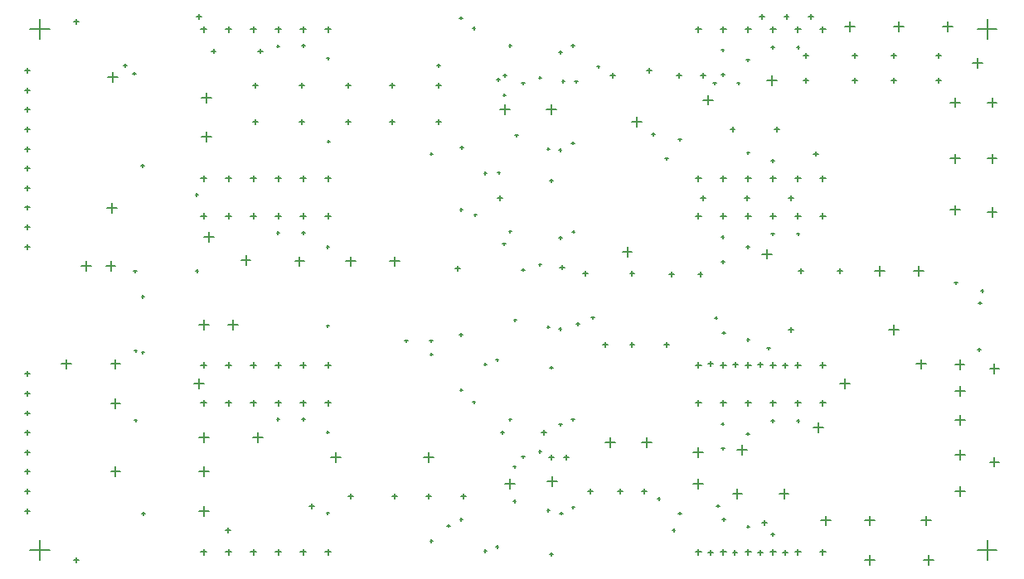
<source format=gbr>
%TF.GenerationSoftware,Altium Limited,Altium Designer,21.8.1 (53)*%
G04 Layer_Color=128*
%FSLAX45Y45*%
%MOMM*%
%TF.SameCoordinates,046F884E-5673-4B57-908A-D09F833A34A9*%
%TF.FilePolarity,Positive*%
%TF.FileFunction,Drillmap*%
%TF.Part,Single*%
G01*
G75*
%TA.AperFunction,NonConductor*%
%ADD46C,0.12700*%
D46*
X11240000Y11524000D02*
X11300000D01*
X11270000Y11494000D02*
Y11554000D01*
X10986000Y11524000D02*
X11046000D01*
X11016000Y11494000D02*
Y11554000D01*
X10732000Y11524000D02*
X10792000D01*
X10762000Y11494000D02*
Y11554000D01*
X10478000Y11524000D02*
X10538000D01*
X10508000Y11494000D02*
Y11554000D01*
X10224000Y11524000D02*
X10284000D01*
X10254000Y11494000D02*
Y11554000D01*
X9970000Y11524000D02*
X10030000D01*
X10000000Y11494000D02*
Y11554000D01*
X11240000Y10000000D02*
X11300000D01*
X11270000Y9970000D02*
Y10030000D01*
X10986000Y10000000D02*
X11046000D01*
X11016000Y9970000D02*
Y10030000D01*
X10732000Y10000000D02*
X10792000D01*
X10762000Y9970000D02*
Y10030000D01*
X10478000Y10000000D02*
X10538000D01*
X10508000Y9970000D02*
Y10030000D01*
X10224000Y10000000D02*
X10284000D01*
X10254000Y9970000D02*
Y10030000D01*
X9970000Y10000000D02*
X10030000D01*
X10000000Y9970000D02*
Y10030000D01*
X15020000Y10000000D02*
X15080000D01*
X15050000Y9970000D02*
Y10030000D01*
X15274001Y10000000D02*
X15334000D01*
X15303999Y9970000D02*
Y10030000D01*
X15528000Y10000000D02*
X15588000D01*
X15558000Y9970000D02*
Y10030000D01*
X15782001Y10000000D02*
X15842000D01*
X15812000Y9970000D02*
Y10030000D01*
X16036000Y10000000D02*
X16096001D01*
X16066000Y9970000D02*
Y10030000D01*
X16289999Y10000000D02*
X16350000D01*
X16320000Y9970000D02*
Y10030000D01*
X15020000Y11524000D02*
X15080000D01*
X15050000Y11494000D02*
Y11554000D01*
X15274001Y11524000D02*
X15334000D01*
X15303999Y11494000D02*
Y11554000D01*
X15528000Y11524000D02*
X15588000D01*
X15558000Y11494000D02*
Y11554000D01*
X15782001Y11524000D02*
X15842000D01*
X15812000Y11494000D02*
Y11554000D01*
X16036000Y11524000D02*
X16096001D01*
X16066000Y11494000D02*
Y11554000D01*
X16289999Y11524000D02*
X16350000D01*
X16320000Y11494000D02*
Y11554000D01*
X11240000Y9614000D02*
X11300000D01*
X11270000Y9584000D02*
Y9644000D01*
X10986000Y9614000D02*
X11046000D01*
X11016000Y9584000D02*
Y9644000D01*
X10732000Y9614000D02*
X10792000D01*
X10762000Y9584000D02*
Y9644000D01*
X10478000Y9614000D02*
X10538000D01*
X10508000Y9584000D02*
Y9644000D01*
X10224000Y9614000D02*
X10284000D01*
X10254000Y9584000D02*
Y9644000D01*
X9970000Y9614000D02*
X10030000D01*
X10000000Y9584000D02*
Y9644000D01*
X11240000Y8090000D02*
X11300000D01*
X11270000Y8060000D02*
Y8120000D01*
X10986000Y8090000D02*
X11046000D01*
X11016000Y8060000D02*
Y8120000D01*
X10732000Y8090000D02*
X10792000D01*
X10762000Y8060000D02*
Y8120000D01*
X10478000Y8090000D02*
X10538000D01*
X10508000Y8060000D02*
Y8120000D01*
X10224000Y8090000D02*
X10284000D01*
X10254000Y8060000D02*
Y8120000D01*
X9970000Y8090000D02*
X10030000D01*
X10000000Y8060000D02*
Y8120000D01*
X15020000Y8090000D02*
X15080000D01*
X15050000Y8060000D02*
Y8120000D01*
X15274001Y8090000D02*
X15334000D01*
X15303999Y8060000D02*
Y8120000D01*
X15528000Y8090000D02*
X15588000D01*
X15558000Y8060000D02*
Y8120000D01*
X15782001Y8090000D02*
X15842000D01*
X15812000Y8060000D02*
Y8120000D01*
X16036000Y8090000D02*
X16096001D01*
X16066000Y8060000D02*
Y8120000D01*
X16289999Y8090000D02*
X16350000D01*
X16320000Y8060000D02*
Y8120000D01*
X15020000Y9614000D02*
X15080000D01*
X15050000Y9584000D02*
Y9644000D01*
X15274001Y9614000D02*
X15334000D01*
X15303999Y9584000D02*
Y9644000D01*
X15528000Y9614000D02*
X15588000D01*
X15558000Y9584000D02*
Y9644000D01*
X15782001Y9614000D02*
X15842000D01*
X15812000Y9584000D02*
Y9644000D01*
X16036000Y9614000D02*
X16096001D01*
X16066000Y9584000D02*
Y9644000D01*
X16289999Y9614000D02*
X16350000D01*
X16320000Y9584000D02*
Y9644000D01*
X16289999Y7704000D02*
X16350000D01*
X16320000Y7674000D02*
Y7734000D01*
X16036000Y7704000D02*
X16096001D01*
X16066000Y7674000D02*
Y7734000D01*
X15782001Y7704000D02*
X15842000D01*
X15812000Y7674000D02*
Y7734000D01*
X15528000Y7704000D02*
X15588000D01*
X15558000Y7674000D02*
Y7734000D01*
X15274001Y7704000D02*
X15334000D01*
X15303999Y7674000D02*
Y7734000D01*
X15020000Y7704000D02*
X15080000D01*
X15050000Y7674000D02*
Y7734000D01*
X16289999Y6180000D02*
X16350000D01*
X16320000Y6150000D02*
Y6210000D01*
X16036000Y6180000D02*
X16096001D01*
X16066000Y6150000D02*
Y6210000D01*
X15782001Y6180000D02*
X15842000D01*
X15812000Y6150000D02*
Y6210000D01*
X15528000Y6180000D02*
X15588000D01*
X15558000Y6150000D02*
Y6210000D01*
X15274001Y6180000D02*
X15334000D01*
X15303999Y6150000D02*
Y6210000D01*
X15020000Y6180000D02*
X15080000D01*
X15050000Y6150000D02*
Y6210000D01*
X9970000Y6180000D02*
X10030000D01*
X10000000Y6150000D02*
Y6210000D01*
X10224000Y6180000D02*
X10284000D01*
X10254000Y6150000D02*
Y6210000D01*
X10478000Y6180000D02*
X10538000D01*
X10508000Y6150000D02*
Y6210000D01*
X10732000Y6180000D02*
X10792000D01*
X10762000Y6150000D02*
Y6210000D01*
X10986000Y6180000D02*
X11046000D01*
X11016000Y6150000D02*
Y6210000D01*
X11240000Y6180000D02*
X11300000D01*
X11270000Y6150000D02*
Y6210000D01*
X9970000Y7704000D02*
X10030000D01*
X10000000Y7674000D02*
Y7734000D01*
X10224000Y7704000D02*
X10284000D01*
X10254000Y7674000D02*
Y7734000D01*
X10478000Y7704000D02*
X10538000D01*
X10508000Y7674000D02*
Y7734000D01*
X10732000Y7704000D02*
X10792000D01*
X10762000Y7674000D02*
Y7734000D01*
X10986000Y7704000D02*
X11046000D01*
X11016000Y7674000D02*
Y7734000D01*
X11240000Y7704000D02*
X11300000D01*
X11270000Y7674000D02*
Y7734000D01*
X13759911Y9453587D02*
X13789909D01*
X13774910Y9438587D02*
Y9468587D01*
X12760000Y9625000D02*
X12790000D01*
X12775000Y9610000D02*
Y9640000D01*
X13635001Y6575000D02*
X13664999D01*
X13650000Y6560000D02*
Y6590000D01*
X12305000Y8336900D02*
X12335000D01*
X12320000Y8321900D02*
Y8351900D01*
X12055000Y8336900D02*
X12085000D01*
X12070000Y8321900D02*
Y8351900D01*
X12860001Y10050000D02*
X12889999D01*
X12875000Y10035000D02*
Y10065000D01*
X14710001Y10200000D02*
X14739999D01*
X14725000Y10185000D02*
Y10215000D01*
X12310000Y10250000D02*
X12340000D01*
X12325000Y10235000D02*
Y10265000D01*
X9284600Y9049600D02*
X9314600D01*
X9299600Y9034600D02*
Y9064600D01*
X9000000Y9100000D02*
X9100000D01*
X9050000Y9050000D02*
Y9150000D01*
X13635001Y9090000D02*
X13685001D01*
X13660001Y9065000D02*
Y9115000D01*
X17625000Y10200000D02*
X17725000D01*
X17675000Y10150000D02*
Y10250000D01*
X18000000Y9650000D02*
X18100000D01*
X18050000Y9600000D02*
Y9700000D01*
X14275000Y9250000D02*
X14375000D01*
X14325000Y9200000D02*
Y9300000D01*
X15700000Y9225000D02*
X15800000D01*
X15750000Y9175000D02*
Y9275000D01*
X16225000Y7450000D02*
X16325000D01*
X16275000Y7400000D02*
Y7500000D01*
X10250000Y8500000D02*
X10350000D01*
X10300000Y8450000D02*
Y8550000D01*
X13000000Y9800000D02*
X13050000D01*
X13025000Y9775000D02*
Y9825000D01*
X17475000Y11250000D02*
X17525000D01*
X17500000Y11225000D02*
Y11275000D01*
X17025000Y11250000D02*
X17075000D01*
X17050000Y11225000D02*
Y11275000D01*
X16625000Y11250000D02*
X16675000D01*
X16650000Y11225000D02*
Y11275000D01*
X16125000Y11250000D02*
X16175000D01*
X16150000Y11225000D02*
Y11275000D01*
X10550000Y11300000D02*
X10600000D01*
X10575000Y11275000D02*
Y11325000D01*
X10075000Y11300000D02*
X10125000D01*
X10100000Y11275000D02*
Y11325000D01*
X12375000Y10950000D02*
X12425000D01*
X12400000Y10925000D02*
Y10975000D01*
X12375000Y10575000D02*
X12425000D01*
X12400000Y10550000D02*
Y10600000D01*
X11900000Y10950000D02*
X11950000D01*
X11925000Y10925000D02*
Y10975000D01*
X11900000Y10575000D02*
X11950000D01*
X11925000Y10550000D02*
Y10600000D01*
X15700000Y6475000D02*
X15750000D01*
X15725000Y6450000D02*
Y6500000D01*
X16750000D02*
X16850000D01*
X16800000Y6450000D02*
Y6550000D01*
X15450000Y7225000D02*
X15550000D01*
X15500000Y7175000D02*
Y7275000D01*
X14475000Y6800000D02*
X14525000D01*
X14500000Y6775000D02*
Y6825000D01*
X14225000Y6800000D02*
X14275000D01*
X14250000Y6775000D02*
Y6825000D01*
X13925000Y6800000D02*
X13975000D01*
X13950000Y6775000D02*
Y6825000D01*
X15000000Y6875000D02*
X15100000D01*
X15050000Y6825000D02*
Y6925000D01*
X14475000Y7300000D02*
X14575000D01*
X14525000Y7250000D02*
Y7350000D01*
X13160001Y7050000D02*
X13189999D01*
X13175000Y7035000D02*
Y7065000D01*
X13035001Y7400000D02*
X13064999D01*
X13050000Y7385000D02*
Y7415000D01*
X13075000Y6875000D02*
X13175000D01*
X13125000Y6825000D02*
Y6925000D01*
X12275000Y6750000D02*
X12325000D01*
X12300000Y6725000D02*
Y6775000D01*
X11925000Y6750000D02*
X11975000D01*
X11950000Y6725000D02*
Y6775000D01*
X11475000Y6750000D02*
X11525000D01*
X11500000Y6725000D02*
Y6775000D01*
X11075000Y6650000D02*
X11125000D01*
X11100000Y6625000D02*
Y6675000D01*
X17675000Y7175000D02*
X17775000D01*
X17725000Y7125000D02*
Y7225000D01*
X17675000Y7825000D02*
X17775000D01*
X17725000Y7775000D02*
Y7875000D01*
X17670000Y8095000D02*
X17770000D01*
X17720000Y8045000D02*
Y8145000D01*
X15235001Y6650000D02*
X15264999D01*
X15250000Y6635000D02*
Y6665000D01*
X13114999Y9454496D02*
X13145000D01*
X13130000Y9439496D02*
Y9469496D01*
X13053864Y9328296D02*
X13083864D01*
X13068864Y9313296D02*
Y9343296D01*
X12565000Y9080000D02*
X12615000D01*
X12590000Y9055000D02*
Y9105000D01*
X13805000Y8510000D02*
X13835001D01*
X13820000Y8495000D02*
Y8525000D01*
X13625000Y8460000D02*
X13655000D01*
X13639999Y8445000D02*
Y8475000D01*
X13505000Y8480000D02*
X13535001D01*
X13520000Y8465000D02*
Y8495000D01*
X13164999Y8550000D02*
X13195000D01*
X13180000Y8535000D02*
Y8565000D01*
X12610000Y8400000D02*
X12640000D01*
X12625000Y8385000D02*
Y8415000D01*
X14075000Y8300000D02*
X14125000D01*
X14100000Y8275000D02*
Y8325000D01*
X14350000Y8300000D02*
X14400000D01*
X14375000Y8275000D02*
Y8325000D01*
X14700000Y8300000D02*
X14750000D01*
X14725000Y8275000D02*
Y8325000D01*
X9915000Y9830000D02*
X9945000D01*
X9930000Y9815000D02*
Y9845000D01*
X12615000Y9680000D02*
X12645000D01*
X12630000Y9665000D02*
Y9695000D01*
X12615000Y6513800D02*
X12645000D01*
X12630000Y6498800D02*
Y6528800D01*
X11252500Y6576900D02*
X11282500D01*
X11267500Y6561900D02*
Y6591900D01*
X12998647Y10056354D02*
X13028645D01*
X13013646Y10041354D02*
Y10071354D01*
X13178984Y10438100D02*
X13208984D01*
X13193983Y10423100D02*
Y10453100D01*
X9289600Y7525400D02*
X9319600D01*
X9304600Y7510400D02*
Y7540400D01*
X9370400Y6570000D02*
X9400400D01*
X9385400Y6555000D02*
Y6585000D01*
X10745000Y7536200D02*
X10775000D01*
X10760000Y7521200D02*
Y7551200D01*
X9950000Y7350000D02*
X10050000D01*
X10000000Y7300000D02*
Y7400000D01*
X11005000Y7536200D02*
X11035000D01*
X11020000Y7521200D02*
Y7551200D01*
X11252500Y7405400D02*
X11282500D01*
X11267500Y7390400D02*
Y7420400D01*
X10500000Y7350000D02*
X10600000D01*
X10550000Y7300000D02*
Y7400000D01*
X11300000Y7150000D02*
X11400000D01*
X11350000Y7100000D02*
Y7200000D01*
X13059045Y11052520D02*
X13089046D01*
X13074046Y11037520D02*
Y11067520D01*
X14575000Y10450000D02*
X14605000D01*
X14589999Y10435000D02*
Y10465000D01*
X13755000Y10360000D02*
X13785001D01*
X13770000Y10345000D02*
Y10375000D01*
X13625000Y10290000D02*
X13655000D01*
X13639999Y10275000D02*
Y10305000D01*
X13505000Y10300000D02*
X13535001D01*
X13520000Y10285000D02*
Y10315000D01*
X13055000Y10850000D02*
X13085001D01*
X13070000Y10835000D02*
Y10865000D01*
X12995000Y11010000D02*
X13025000D01*
X13010001Y10995000D02*
Y11025000D01*
X17350000Y6100000D02*
X17450000D01*
X17400000Y6050000D02*
Y6150000D01*
X16500000Y7900000D02*
X16600000D01*
X16550000Y7850000D02*
Y7950000D01*
X17625000Y10775000D02*
X17725000D01*
X17675000Y10725000D02*
Y10825000D01*
X17625000Y9675000D02*
X17725000D01*
X17675000Y9625000D02*
Y9725000D01*
X9050000Y7700000D02*
X9150000D01*
X9100000Y7650000D02*
Y7750000D01*
X9050000Y7000000D02*
X9150000D01*
X9100000Y6950000D02*
Y7050000D01*
X9015000Y9695000D02*
X9115000D01*
X9065000Y9645000D02*
Y9745000D01*
X9275000Y11070000D02*
X9305000D01*
X9290000Y11055000D02*
Y11085000D01*
X9361871Y10125426D02*
X9391871D01*
X9376871Y10110426D02*
Y10140425D01*
X8675000Y11600000D02*
X8725000D01*
X8700000Y11575000D02*
Y11625000D01*
X8175000Y11100000D02*
X8225000D01*
X8200000Y11075000D02*
Y11125000D01*
X8175000Y10900000D02*
X8225000D01*
X8200000Y10875000D02*
Y10925000D01*
X8175000Y10700000D02*
X8225000D01*
X8200000Y10675000D02*
Y10725000D01*
X8175000Y10500000D02*
X8225000D01*
X8200000Y10475000D02*
Y10525000D01*
X8175000Y10300000D02*
X8225000D01*
X8200000Y10275000D02*
Y10325000D01*
X8175000Y10100000D02*
X8225000D01*
X8200000Y10075000D02*
Y10125000D01*
X8175000Y9900000D02*
X8225000D01*
X8200000Y9875000D02*
Y9925000D01*
X8175000Y9700000D02*
X8225000D01*
X8200000Y9675000D02*
Y9725000D01*
X8175000Y9500000D02*
X8225000D01*
X8200000Y9475000D02*
Y9525000D01*
X8175000Y9300000D02*
X8225000D01*
X8200000Y9275000D02*
Y9325000D01*
X8750000Y9100000D02*
X8850000D01*
X8800000Y9050000D02*
Y9150000D01*
X9020000Y11032500D02*
X9120000D01*
X9070000Y10982500D02*
Y11082500D01*
X8175000Y8000000D02*
X8225000D01*
X8200000Y7975000D02*
Y8025000D01*
X8175000Y7800000D02*
X8225000D01*
X8200000Y7775000D02*
Y7825000D01*
X8175000Y7600000D02*
X8225000D01*
X8200000Y7575000D02*
Y7625000D01*
X8175000Y7400000D02*
X8225000D01*
X8200000Y7375000D02*
Y7425000D01*
X8175000Y7200000D02*
X8225000D01*
X8200000Y7175000D02*
Y7225000D01*
X8175000Y7000000D02*
X8225000D01*
X8200000Y6975000D02*
Y7025000D01*
X8175000Y6800000D02*
X8225000D01*
X8200000Y6775000D02*
Y6825000D01*
X8175000Y6600000D02*
X8225000D01*
X8200000Y6575000D02*
Y6625000D01*
X8550000Y8100000D02*
X8650000D01*
X8600000Y8050000D02*
Y8150000D01*
X8675000Y6100000D02*
X8725000D01*
X8700000Y6075000D02*
Y6125000D01*
X9365000Y8790000D02*
X9395000D01*
X9380000Y8775000D02*
Y8805000D01*
X14014999Y11141153D02*
X14045000D01*
X14030000Y11126154D02*
Y11156153D01*
X15205000Y10970000D02*
X15235001D01*
X15220000Y10955000D02*
Y10985000D01*
X15445000Y10970000D02*
X15475000D01*
X15460001Y10955000D02*
Y10985000D01*
X11450000Y10950000D02*
X11500000D01*
X11475000Y10925000D02*
Y10975000D01*
X10500000Y10950000D02*
X10550000D01*
X10525000Y10925000D02*
Y10975000D01*
X10975000Y10950000D02*
X11025000D01*
X11000000Y10925000D02*
Y10975000D01*
X12385000Y11150000D02*
X12415000D01*
X12400000Y11135000D02*
Y11165000D01*
X9365000Y8220000D02*
X9395000D01*
X9380000Y8205000D02*
Y8235000D01*
X13160001Y6700000D02*
X13189999D01*
X13175000Y6685000D02*
Y6715000D01*
X17905000Y8250000D02*
X17935001D01*
X17920000Y8235000D02*
Y8265000D01*
X17911710Y8725780D02*
X17941710D01*
X17926711Y8710780D02*
Y8740780D01*
X12625000Y6750000D02*
X12675000D01*
X12650000Y6725000D02*
Y6775000D01*
X10225000Y6400000D02*
X10275000D01*
X10250000Y6375000D02*
Y6425000D01*
X13246001Y9063100D02*
X13275999D01*
X13261000Y9048100D02*
Y9078100D01*
X9916038Y9050149D02*
X9946038D01*
X9931038Y9035149D02*
Y9065149D01*
X9185000Y11150000D02*
X9215000D01*
X9200000Y11135000D02*
Y11165000D01*
X9289600Y8236407D02*
X9319600D01*
X9304600Y8221407D02*
Y8251407D01*
X15975000Y8450000D02*
X16025000D01*
X16000000Y8425000D02*
Y8475000D01*
X17000000Y8450000D02*
X17100000D01*
X17050000Y8400000D02*
Y8500000D01*
X15909341Y8084355D02*
X15959340D01*
X15934340Y8059355D02*
Y8109355D01*
X15752676Y8261588D02*
X15782677D01*
X15767677Y8246588D02*
Y8276588D01*
X15216277Y8572872D02*
X15246275D01*
X15231276Y8557872D02*
Y8587872D01*
X15295000Y8420000D02*
X15325000D01*
X15310001Y8405000D02*
Y8435000D01*
X13960001Y8575000D02*
X13989999D01*
X13975000Y8560000D02*
Y8590000D01*
X17664874Y8929828D02*
X17694875D01*
X17679875Y8914828D02*
Y8944828D01*
X15750000Y11000000D02*
X15850000D01*
X15800000Y10950000D02*
Y11050000D01*
X16625000Y11000000D02*
X16675000D01*
X16650000Y10975000D02*
Y11025000D01*
X17935001Y8850000D02*
X17964999D01*
X17950000Y8835000D02*
Y8865000D01*
X18000000Y10200000D02*
X18100000D01*
X18050000Y10150000D02*
Y10250000D01*
X18000000Y10775000D02*
X18100000D01*
X18050000Y10725000D02*
Y10825000D01*
X10000000Y9400000D02*
X10100000D01*
X10050000Y9350000D02*
Y9450000D01*
X17325000Y6500000D02*
X17425000D01*
X17375000Y6450000D02*
Y6550000D01*
X16300000Y6500000D02*
X16400000D01*
X16350000Y6450000D02*
Y6550000D01*
X17675000Y7525000D02*
X17775000D01*
X17725000Y7475000D02*
Y7575000D01*
X15400000Y6775000D02*
X15500000D01*
X15450000Y6725000D02*
Y6825000D01*
X15875000Y6775000D02*
X15975000D01*
X15925000Y6725000D02*
Y6825000D01*
X17275000Y8100000D02*
X17375000D01*
X17325000Y8050000D02*
Y8150000D01*
X17250000Y9050000D02*
X17350000D01*
X17300000Y9000000D02*
Y9100000D01*
X16850000Y9050000D02*
X16950000D01*
X16900000Y9000000D02*
Y9100000D01*
X9950000Y8500000D02*
X10050000D01*
X10000000Y8450000D02*
Y8550000D01*
X11252500Y8490000D02*
X11282500D01*
X11267500Y8475000D02*
Y8505000D01*
X13450000Y7400000D02*
X13500000D01*
X13475000Y7375000D02*
Y7425000D01*
X13525000Y7150000D02*
X13575000D01*
X13550000Y7125000D02*
Y7175000D01*
X13675000Y7150000D02*
X13725000D01*
X13700000Y7125000D02*
Y7175000D01*
X15000000Y7200000D02*
X15100000D01*
X15050000Y7150000D02*
Y7250000D01*
X14100000Y7300000D02*
X14200000D01*
X14150000Y7250000D02*
Y7350000D01*
X12250000Y7150000D02*
X12350000D01*
X12300000Y7100000D02*
Y7200000D01*
X14375000Y10575000D02*
X14475000D01*
X14425000Y10525000D02*
Y10625000D01*
X13510001Y6900000D02*
X13610001D01*
X13560001Y6850000D02*
Y6950000D01*
X13628078Y11289337D02*
X13658076D01*
X13643077Y11274337D02*
Y11304337D01*
X13500000Y10700000D02*
X13600000D01*
X13550000Y10650000D02*
Y10750000D01*
X13025000Y10700000D02*
X13125000D01*
X13075000Y10650000D02*
Y10750000D01*
X9975000Y10825000D02*
X10075000D01*
X10025000Y10775000D02*
Y10875000D01*
X11450000Y10575000D02*
X11500000D01*
X11475000Y10550000D02*
Y10600000D01*
X10975000Y10575000D02*
X11025000D01*
X11000000Y10550000D02*
Y10600000D01*
X10500000Y10575000D02*
X10550000D01*
X10525000Y10550000D02*
Y10600000D01*
X15045000Y9020000D02*
X15095000D01*
X15070000Y8995000D02*
Y9045000D01*
X11260000Y10376200D02*
X11290000D01*
X11275000Y10361200D02*
Y10391200D01*
X15911539Y6175000D02*
X15961539D01*
X15936539Y6150000D02*
Y6200000D01*
X15656056Y6175000D02*
X15706056D01*
X15681056Y6150000D02*
Y6200000D01*
X15150000Y6175000D02*
X15200000D01*
X15175000Y6150000D02*
Y6200000D01*
X15400000Y6175000D02*
X15450000D01*
X15425000Y6150000D02*
Y6200000D01*
X17475000Y11000000D02*
X17525000D01*
X17500000Y10975000D02*
Y11025000D01*
X9950000Y6600000D02*
X10050000D01*
X10000000Y6550000D02*
Y6650000D01*
X9950000Y7000000D02*
X10050000D01*
X10000000Y6950000D02*
Y7050000D01*
X12310667Y6291931D02*
X12340667D01*
X12325667Y6276931D02*
Y6306931D01*
X12610000Y11638100D02*
X12640000D01*
X12625000Y11623100D02*
Y11653100D01*
X12745000Y11530900D02*
X12775000D01*
X12760000Y11515900D02*
Y11545900D01*
X12620000Y10311900D02*
X12650000D01*
X12635000Y10296900D02*
Y10326900D01*
X14845000Y10395000D02*
X14875000D01*
X14860001Y10380000D02*
Y10410000D01*
X15659770Y8094503D02*
X15709770D01*
X15684770Y8069503D02*
Y8119503D01*
X15403130Y8097263D02*
X15453130D01*
X15428130Y8072263D02*
Y8122263D01*
X15150339Y8101405D02*
X15200339D01*
X15175339Y8076405D02*
Y8126405D01*
X16475000Y9050000D02*
X16525000D01*
X16500000Y9025000D02*
Y9075000D01*
X16075000Y9050000D02*
X16125000D01*
X16100000Y9025000D02*
Y9075000D01*
X9050000Y8100000D02*
X9150000D01*
X9100000Y8050000D02*
Y8150000D01*
X9900000Y7900000D02*
X10000000D01*
X9950000Y7850000D02*
Y7950000D01*
X14350000Y9025000D02*
X14400000D01*
X14375000Y9000000D02*
Y9050000D01*
X13875000Y9025000D02*
X13925000D01*
X13900000Y9000000D02*
Y9050000D01*
X15975000Y9797835D02*
X16024998D01*
X15999998Y9772835D02*
Y9822835D01*
X15524998Y9797835D02*
X15574998D01*
X15549998Y9772835D02*
Y9822835D01*
X15075000Y9797835D02*
X15124998D01*
X15100000Y9772835D02*
Y9822835D01*
X15825000Y10497835D02*
X15874998D01*
X15850000Y10472835D02*
Y10522835D01*
X16225000Y10250000D02*
X16275000D01*
X16250000Y10225000D02*
Y10275000D01*
X15374998Y10497835D02*
X15424998D01*
X15399998Y10472835D02*
Y10522835D01*
X16125000Y11000000D02*
X16175000D01*
X16150000Y10975000D02*
Y11025000D01*
X17025000Y11000000D02*
X17075000D01*
X17050000Y10975000D02*
Y11025000D01*
X17850000Y11175000D02*
X17950000D01*
X17900000Y11125000D02*
Y11225000D01*
X16550000Y11550000D02*
X16650000D01*
X16600000Y11500000D02*
Y11600000D01*
X17050000Y11550000D02*
X17150000D01*
X17100000Y11500000D02*
Y11600000D01*
X16175165Y11651219D02*
X16225165D01*
X16200165Y11626219D02*
Y11676218D01*
X15925165Y11651219D02*
X15975165D01*
X15950165Y11626219D02*
Y11676218D01*
X15675165Y11651219D02*
X15725165D01*
X15700165Y11626219D02*
Y11676218D01*
X9925165Y11651219D02*
X9975164D01*
X9950165Y11626219D02*
Y11676218D01*
X8225000Y6200000D02*
X8425000D01*
X8325000Y6100000D02*
Y6300000D01*
X17900000Y6200000D02*
X18100000D01*
X18000000Y6100000D02*
Y6300000D01*
X17900000Y11525000D02*
X18100000D01*
X18000000Y11425000D02*
Y11625000D01*
X8225000Y11525000D02*
X8425000D01*
X8325000Y11425000D02*
Y11625000D01*
X15100000Y10800000D02*
X15200000D01*
X15150000Y10750000D02*
Y10850000D01*
X16750000Y6100000D02*
X16850000D01*
X16800000Y6050000D02*
Y6150000D01*
X18025000Y8050000D02*
X18125000D01*
X18075000Y8000000D02*
Y8100000D01*
X18025000Y7100000D02*
X18125000D01*
X18075000Y7050000D02*
Y7150000D01*
X11900000Y9150000D02*
X12000000D01*
X11950000Y9100000D02*
Y9200000D01*
X10930000Y9150000D02*
X11030000D01*
X10980000Y9100000D02*
Y9200000D01*
X15075000Y11050000D02*
X15125000D01*
X15100000Y11025000D02*
Y11075000D01*
X14825000Y11050000D02*
X14875000D01*
X14850000Y11025000D02*
Y11075000D01*
X14525000Y11100000D02*
X14575000D01*
X14550000Y11075000D02*
Y11125000D01*
X14150000Y11050000D02*
X14200000D01*
X14175000Y11025000D02*
Y11075000D01*
X14755000Y9020000D02*
X14805000D01*
X14780000Y8995000D02*
Y9045000D01*
X13657500Y10990000D02*
X13687500D01*
X13672501Y10975000D02*
Y11005000D01*
X13787500Y10987500D02*
X13817500D01*
X13802499Y10972500D02*
Y11002500D01*
X9975000Y10425000D02*
X10075000D01*
X10025000Y10375000D02*
Y10475000D01*
X11450000Y9150000D02*
X11550000D01*
X11500000Y9100000D02*
Y9200000D01*
X17675000Y6800000D02*
X17775000D01*
X17725000Y6750000D02*
Y6850000D01*
X10380000Y9160000D02*
X10480000D01*
X10430000Y9110000D02*
Y9210000D01*
X17550000Y11550000D02*
X17650000D01*
X17600000Y11500000D02*
Y11600000D01*
X13535001Y6155000D02*
X13564999D01*
X13550000Y6140000D02*
Y6170000D01*
X14785001Y6400000D02*
X14814999D01*
X14800000Y6385000D02*
Y6415000D01*
X12485000Y6446900D02*
X12515000D01*
X12500000Y6431900D02*
Y6461900D01*
X13757500Y6636900D02*
X13787500D01*
X13772501Y6621900D02*
Y6651900D01*
X10745000Y11350000D02*
X10775000D01*
X10760000Y11335000D02*
Y11365000D01*
X13246001Y7153100D02*
X13275999D01*
X13261000Y7138100D02*
Y7168100D01*
X13245000Y10970000D02*
X13275000D01*
X13260001Y10955000D02*
Y10985000D01*
X13755000Y11353900D02*
X13785001D01*
X13770000Y11338900D02*
Y11368900D01*
X11253750Y11225400D02*
X11283750D01*
X11268750Y11210400D02*
Y11240400D01*
X12981464Y8143536D02*
X13011464D01*
X12996465Y8128536D02*
Y8158536D01*
X15795000Y7520000D02*
X15825000D01*
X15810001Y7505000D02*
Y7535000D01*
X16055000Y7520000D02*
X16085001D01*
X16070000Y7505000D02*
Y7535000D01*
X15285001Y7490000D02*
X15314999D01*
X15300000Y7475000D02*
Y7505000D01*
X13626500Y7483100D02*
X13656500D01*
X13641499Y7468100D02*
Y7498100D01*
X13755000Y7533900D02*
X13785001D01*
X13770000Y7518900D02*
Y7548900D01*
X13114999Y7533900D02*
X13145000D01*
X13130000Y7518900D02*
Y7548900D01*
X12745000Y7710900D02*
X12775000D01*
X12760000Y7695900D02*
Y7725900D01*
X12615000Y7836900D02*
X12645000D01*
X12630000Y7821900D02*
Y7851900D01*
X15545000Y6440000D02*
X15575000D01*
X15560001Y6425000D02*
Y6455000D01*
X15795000Y6360000D02*
X15825000D01*
X15810001Y6345000D02*
Y6375000D01*
X15542500Y7387500D02*
X15572501D01*
X15557500Y7372500D02*
Y7402500D01*
X14632500Y6725000D02*
X14662500D01*
X14647501Y6710000D02*
Y6740000D01*
X13420000Y7207500D02*
X13450000D01*
X13435001Y7192500D02*
Y7222500D01*
X13505000Y6605000D02*
X13535001D01*
X13520000Y6590000D02*
Y6620000D01*
X15287500Y7237500D02*
X15317500D01*
X15302499Y7222500D02*
Y7252500D01*
X14845000Y6575000D02*
X14875000D01*
X14860001Y6560000D02*
Y6590000D01*
X12981464Y6233536D02*
X13011464D01*
X12996465Y6218536D02*
Y6248536D01*
X12860001Y6188700D02*
X12889999D01*
X12875000Y6173700D02*
Y6203700D01*
X15295000Y6510000D02*
X15325000D01*
X15310001Y6495000D02*
Y6525000D01*
X10745000Y9440000D02*
X10775000D01*
X10760000Y9425000D02*
Y9455000D01*
X15795000Y9430000D02*
X15825000D01*
X15810001Y9415000D02*
Y9445000D01*
X16055000Y9430000D02*
X16085001D01*
X16070000Y9415000D02*
Y9445000D01*
X15285001Y9400000D02*
X15314999D01*
X15300000Y9385000D02*
Y9415000D01*
X13626500Y9393100D02*
X13656500D01*
X13641499Y9378100D02*
Y9408100D01*
X11005000Y9443900D02*
X11035000D01*
X11020000Y9428900D02*
Y9458900D01*
X15545000Y8350000D02*
X15575000D01*
X15560001Y8335000D02*
Y8365000D01*
X15542500Y9297500D02*
X15572501D01*
X15557500Y9282500D02*
Y9312500D01*
X11252500Y9300000D02*
X11282500D01*
X11267500Y9285000D02*
Y9315000D01*
X13420000Y9117500D02*
X13450000D01*
X13435001Y9102500D02*
Y9132500D01*
X15287500Y9147500D02*
X15317500D01*
X15302499Y9132500D02*
Y9162500D01*
X13535001Y8065000D02*
X13564999D01*
X13550000Y8050000D02*
Y8080000D01*
X12860001Y8098700D02*
X12889999D01*
X12875000Y8083700D02*
Y8113700D01*
X12310000Y8200300D02*
X12340000D01*
X12325000Y8185300D02*
Y8215300D01*
X13535001Y9975000D02*
X13564999D01*
X13550000Y9960000D02*
Y9990000D01*
X15287500Y11057500D02*
X15317500D01*
X15302499Y11042500D02*
Y11072500D01*
X13420000Y11027500D02*
X13450000D01*
X13435001Y11012500D02*
Y11042500D01*
X15542500Y11207500D02*
X15572501D01*
X15557500Y11192500D02*
Y11222500D01*
X15795000Y10180000D02*
X15825000D01*
X15810001Y10165000D02*
Y10195000D01*
X15545000Y10260000D02*
X15575000D01*
X15560001Y10245000D02*
Y10275000D01*
X13114999Y11353900D02*
X13145000D01*
X13130000Y11338900D02*
Y11368900D01*
X11005000Y11353900D02*
X11035000D01*
X11020000Y11338900D02*
Y11368900D01*
X15285001Y11310000D02*
X15314999D01*
X15300000Y11295000D02*
Y11325000D01*
X16055000Y11340000D02*
X16085001D01*
X16070000Y11325000D02*
Y11355000D01*
X15795000Y11340000D02*
X15825000D01*
X15810001Y11325000D02*
Y11355000D01*
%TF.MD5,4cc4ed3364473fe9ab62e7087cd207b5*%
M02*

</source>
